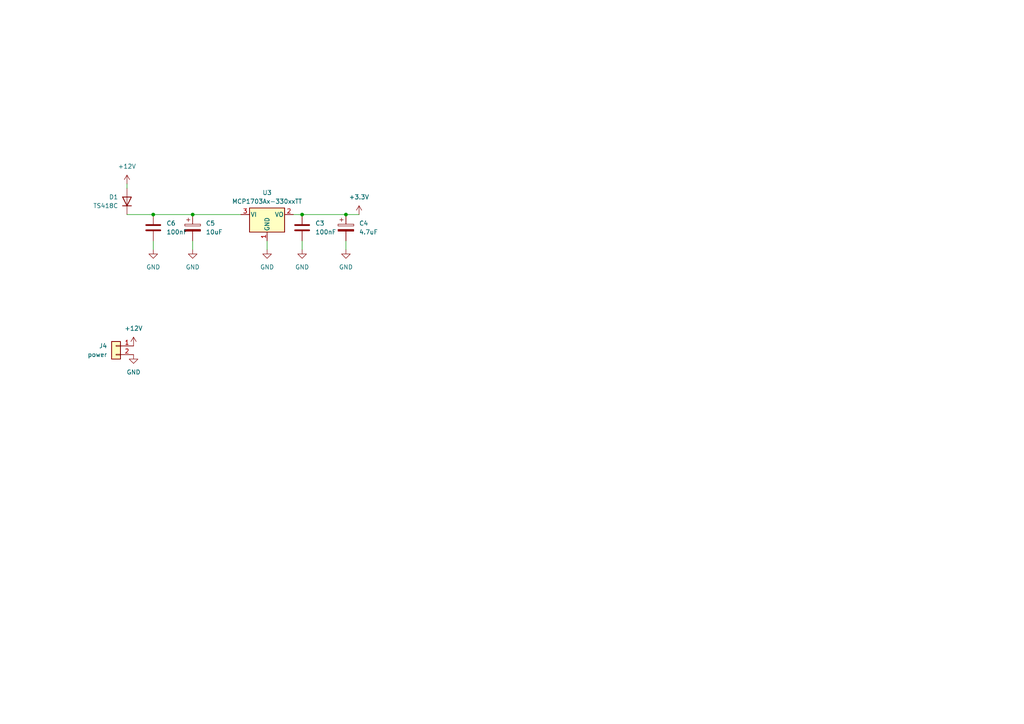
<source format=kicad_sch>
(kicad_sch (version 20230121) (generator eeschema)
  (paper "A4")
  (lib_symbols
    (symbol "Connector_Generic:Conn_01x02" (pin_names (offset 1.016) hide)
      (property "Reference" "J" (at 0 2.54 0))
      (property "Value" "Conn_01x02" (at 0 -5.08 0))
      (symbol "Conn_01x02_1_1"
        (rectangle (start -1.27 -2.413) (end 0 -2.667) (stroke (width 0.1524)))
        (rectangle (start -1.27 0.127) (end 0 -0.127) (stroke (width 0.1524)))
        (rectangle (start -1.27 1.27) (end 1.27 -3.81) (stroke (width 0.254)) (fill (type background)))
        (pin passive line (at -5.08 0 0) (length 3.81) (name "Pin_1") (number "1"))
        (pin passive line (at -5.08 -2.54 0) (length 3.81) (name "Pin_2") (number "2"))
      )
    )
    (symbol "Device:C" (pin_numbers hide) (pin_names (offset 0.254))
      (property "Reference" "C" (at 0.635 2.54 0))
      (property "Value" "C" (at 0.635 -2.54 0))
      (symbol "C_0_1"
        (polyline (pts (xy -2.032 -0.762) (xy 2.032 -0.762)) (stroke (width 0.508)))
        (polyline (pts (xy -2.032 0.762) (xy 2.032 0.762)) (stroke (width 0.508)))
      )
      (symbol "C_1_1"
        (pin passive line (at 0 3.81 270) (length 2.794) (name "~") (number "1"))
        (pin passive line (at 0 -3.81 90) (length 2.794) (name "~") (number "2"))
      )
    )
    (symbol "Device:C_Polarized" (pin_numbers hide) (pin_names (offset 0.254))
      (property "Reference" "C" (at 0.635 2.54 0))
      (property "Value" "C_Polarized" (at 0.635 -2.54 0))
      (symbol "C_Polarized_0_1"
        (rectangle (start -2.286 0.508) (end 2.286 1.016))
        (polyline (pts (xy -1.778 2.286) (xy -0.762 2.286)))
        (polyline (pts (xy -1.27 2.794) (xy -1.27 1.778)))
        (rectangle (start 2.286 -0.508) (end -2.286 -1.016) (fill (type outline)))
      )
      (symbol "C_Polarized_1_1"
        (pin passive line (at 0 3.81 270) (length 2.794) (name "~") (number "1"))
        (pin passive line (at 0 -3.81 90) (length 2.794) (name "~") (number "2"))
      )
    )
    (symbol "Diode:SM513" (pin_numbers hide) (pin_names hide)
      (property "Reference" "D" (at 0 2.54 0))
      (property "Value" "SM513" (at 0 -2.54 0))
      (symbol "SM513_0_1"
        (polyline (pts (xy -1.27 1.27) (xy -1.27 -1.27)) (stroke (width 0.254)))
        (polyline (pts (xy 1.27 0) (xy -1.27 0)))
        (polyline (pts (xy 1.27 1.27) (xy 1.27 -1.27) (xy -1.27 0) (xy 1.27 1.27)) (stroke (width 0.254)))
      )
      (symbol "SM513_1_1"
        (pin passive line (at -3.81 0 0) (length 2.54) (name "K") (number "1"))
        (pin passive line (at 3.81 0 180) (length 2.54) (name "A") (number "2"))
      )
    )
    (symbol "Regulator_Linear:MCP1703Ax-330xxTT" (pin_names (offset 0.254))
      (property "Reference" "U" (at -3.81 3.175 0))
      (property "Value" "MCP1703Ax-330xxTT" (at 0 3.175 0))
      (symbol "MCP1703Ax-330xxTT_0_1"
        (rectangle (start -5.08 -5.08) (end 5.08 1.905) (stroke (width 0.254)) (fill (type background)))
      )
      (symbol "MCP1703Ax-330xxTT_1_1"
        (pin power_in line (at 0 -7.62 90) (length 2.54) (name "GND") (number "1"))
        (pin power_out line (at 7.62 0 180) (length 2.54) (name "VO") (number "2"))
        (pin power_in line (at -7.62 0 0) (length 2.54) (name "VI") (number "3"))
      )
    )
    (symbol "power:+12V" (power) (pin_names (offset 0))
      (property "Value" "+12V" (at 0 3.556 0))
      (symbol "+12V_0_1"
        (polyline (pts (xy -0.762 1.27) (xy 0 2.54)))
        (polyline (pts (xy 0 0) (xy 0 2.54)))
        (polyline (pts (xy 0 2.54) (xy 0.762 1.27)))
      )
      (symbol "+12V_1_1"
        (pin power_in line (at 0 0 90) (length 0) hide (name "+12V") (number "1"))
      )
    )
    (symbol "power:+3.3V" (power) (pin_names (offset 0))
      (property "Value" "+3.3V" (at 0 3.556 0))
      (symbol "+3.3V_0_1"
        (polyline (pts (xy -0.762 1.27) (xy 0 2.54)))
        (polyline (pts (xy 0 0) (xy 0 2.54)))
        (polyline (pts (xy 0 2.54) (xy 0.762 1.27)))
      )
      (symbol "+3.3V_1_1"
        (pin power_in line (at 0 0 90) (length 0) hide (name "+3.3V") (number "1"))
      )
    )
    (symbol "power:GND" (power) (pin_names (offset 0))
      (property "Value" "GND" (at 0 -3.81 0))
      (symbol "GND_0_1"
        (polyline (pts (xy 0 0) (xy 0 -1.27) (xy 1.27 -1.27) (xy 0 -2.54) (xy -1.27 -1.27) (xy 0 -1.27)))
      )
      (symbol "GND_1_1"
        (pin power_in line (at 0 0 270) (length 0) hide (name "GND") (number "1"))
      )
    )
  )
  (junction (at 44.45 62.23))
  (junction (at 87.63 62.23))
  (junction (at 100.33 62.23))
  (junction (at 55.88 62.23))
  (wire (pts (xy 36.83 53.34) (xy 36.83 54.61)))
  (wire (pts (xy 44.45 69.85) (xy 44.45 72.39)))
  (wire (pts (xy 55.88 69.85) (xy 55.88 72.39)))
  (wire (pts (xy 100.33 69.85) (xy 100.33 72.39)))
  (wire (pts (xy 77.47 69.85) (xy 77.47 72.39)))
  (wire (pts (xy 55.88 62.23) (xy 69.85 62.23)))
  (wire (pts (xy 100.33 62.23) (xy 104.14 62.23)))
  (wire (pts (xy 85.09 62.23) (xy 87.63 62.23)))
  (wire (pts (xy 87.63 62.23) (xy 100.33 62.23)))
  (wire (pts (xy 44.45 62.23) (xy 55.88 62.23)))
  (wire (pts (xy 36.83 62.23) (xy 44.45 62.23)))
  (wire (pts (xy 87.63 69.85) (xy 87.63 72.39)))
  (symbol (lib_id "power:+12V") (at 38.735 100.33 0) (unit 1)
    (property "Reference" "#PWR050" (effects hide))
    (property "Value" "+12V" (at 38.735 95.25 0))
  )
  (symbol (lib_id "Device:C") (at 87.63 66.04 0) (unit 1)
    (property "Reference" "C3" (at 91.44 64.77 0) (effects (justify left)))
    (property "Value" "100nF" (at 91.44 67.31 0) (effects (justify left)))
    (property "Footprint" "Capacitor_SMD:C_1206_3216Metric" (effects hide))
  )
  (symbol (lib_id "Diode:SM513") (at 36.83 58.42 90) (unit 1)
    (property "Reference" "D1" (at 34.29 57.15 90) (effects (justify left)))
    (property "Value" "TS418C" (at 34.29 59.69 90) (effects (justify left)))
    (property "Footprint" "Diode_SMD:D_0603_1608Metric" (effects hide))
    (property "Datasheet" "http://cdn-reichelt.de/documents/datenblatt/A400/SMD1N400%23DIO.pdf" (effects hide))
    (property "Sim.Device" "D" (effects hide))
    (property "Sim.Pins" "1=K 2=A" (effects hide))
  )
  (symbol (lib_id "Device:C") (at 44.45 66.04 0) (unit 1)
    (property "Reference" "C6" (at 48.26 64.77 0) (effects (justify left)))
    (property "Value" "100nF" (at 48.26 67.31 0) (effects (justify left)))
    (property "Footprint" "Capacitor_SMD:C_1206_3216Metric" (effects hide))
  )
  (symbol (lib_id "power:+12V") (at 36.83 53.34 0) (unit 1)
    (property "Reference" "#PWR011" (effects hide))
    (property "Value" "+12V" (at 36.83 48.26 0))
  )
  (symbol (lib_id "power:GND") (at 55.88 72.39 0) (unit 1)
    (property "Reference" "#PWR012" (effects hide))
    (property "Value" "GND" (at 55.88 77.47 0))
  )
  (symbol (lib_id "Connector_Generic:Conn_01x02") (at 33.655 100.33 0) (mirror y) (unit 1)
    (property "Reference" "J4" (at 31.115 100.33 0) (effects (justify left)))
    (property "Value" "power" (at 31.115 102.87 0) (effects (justify left)))
    (property "Footprint" "Connector_PinHeader_2.54mm:PinHeader_1x02_P2.54mm_Vertical" (effects hide))
  )
  (symbol (lib_id "Device:C_Polarized") (at 100.33 66.04 0) (unit 1)
    (property "Reference" "C4" (at 104.14 64.77 0) (effects (justify left)))
    (property "Value" "4.7uF" (at 104.14 67.31 0) (effects (justify left)))
    (property "Footprint" "Capacitor_SMD:CP_Elec_5x4.5" (effects hide))
  )
  (symbol (lib_id "power:GND") (at 87.63 72.39 0) (unit 1)
    (property "Reference" "#PWR014" (effects hide))
    (property "Value" "GND" (at 87.63 77.47 0))
  )
  (symbol (lib_id "power:GND") (at 44.45 72.39 0) (unit 1)
    (property "Reference" "#PWR013" (effects hide))
    (property "Value" "GND" (at 44.45 77.47 0))
  )
  (symbol (lib_id "Device:C_Polarized") (at 55.88 66.04 0) (unit 1)
    (property "Reference" "C5" (at 59.69 64.77 0) (effects (justify left)))
    (property "Value" "10uF" (at 59.69 67.31 0) (effects (justify left)))
    (property "Footprint" "Capacitor_SMD:CP_Elec_5x4.5" (effects hide))
  )
  (symbol (lib_id "power:GND") (at 77.47 72.39 0) (unit 1)
    (property "Reference" "#PWR02" (effects hide))
    (property "Value" "GND" (at 77.47 77.47 0))
  )
  (symbol (lib_id "Regulator_Linear:MCP1703Ax-330xxTT") (at 77.47 62.23 0) (unit 1)
    (property "Reference" "U3" (at 77.47 55.88 0))
    (property "Value" "MCP1703Ax-330xxTT" (at 77.47 58.42 0))
    (property "Footprint" "Package_TO_SOT_SMD:SOT-23" (effects hide))
    (property "Datasheet" "http://ww1.microchip.com/downloads/en/DeviceDoc/20005122B.pdf" (effects hide))
  )
  (symbol (lib_id "power:GND") (at 38.735 102.87 0) (unit 1)
    (property "Reference" "#PWR051" (effects hide))
    (property "Value" "GND" (at 38.735 107.95 0))
  )
  (symbol (lib_id "power:+3.3V") (at 104.14 62.23 0) (unit 1)
    (property "Reference" "#PWR09" (effects hide))
    (property "Value" "+3.3V" (at 104.14 57.15 0))
  )
  (symbol (lib_id "power:GND") (at 100.33 72.39 0) (unit 1)
    (property "Reference" "#PWR015" (effects hide))
    (property "Value" "GND" (at 100.33 77.47 0))
  )
)
</source>
